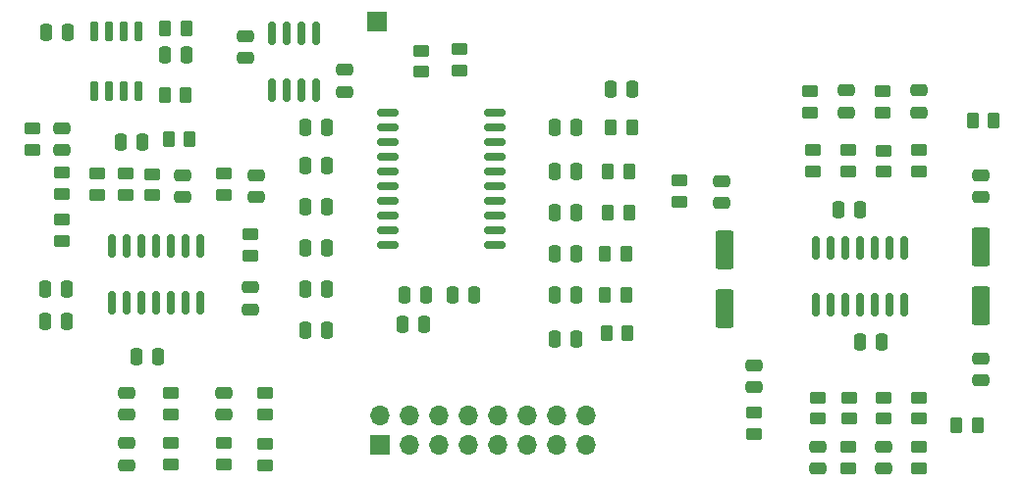
<source format=gts>
G04 #@! TF.GenerationSoftware,KiCad,Pcbnew,7.0.1-0*
G04 #@! TF.CreationDate,2024-02-17T19:13:57+01:00*
G04 #@! TF.ProjectId,parallel_trail,70617261-6c6c-4656-9c5f-747261696c2e,rev?*
G04 #@! TF.SameCoordinates,Original*
G04 #@! TF.FileFunction,Soldermask,Top*
G04 #@! TF.FilePolarity,Negative*
%FSLAX46Y46*%
G04 Gerber Fmt 4.6, Leading zero omitted, Abs format (unit mm)*
G04 Created by KiCad (PCBNEW 7.0.1-0) date 2024-02-17 19:13:57*
%MOMM*%
%LPD*%
G01*
G04 APERTURE LIST*
G04 Aperture macros list*
%AMRoundRect*
0 Rectangle with rounded corners*
0 $1 Rounding radius*
0 $2 $3 $4 $5 $6 $7 $8 $9 X,Y pos of 4 corners*
0 Add a 4 corners polygon primitive as box body*
4,1,4,$2,$3,$4,$5,$6,$7,$8,$9,$2,$3,0*
0 Add four circle primitives for the rounded corners*
1,1,$1+$1,$2,$3*
1,1,$1+$1,$4,$5*
1,1,$1+$1,$6,$7*
1,1,$1+$1,$8,$9*
0 Add four rect primitives between the rounded corners*
20,1,$1+$1,$2,$3,$4,$5,0*
20,1,$1+$1,$4,$5,$6,$7,0*
20,1,$1+$1,$6,$7,$8,$9,0*
20,1,$1+$1,$8,$9,$2,$3,0*%
G04 Aperture macros list end*
%ADD10RoundRect,0.250000X0.250000X0.475000X-0.250000X0.475000X-0.250000X-0.475000X0.250000X-0.475000X0*%
%ADD11RoundRect,0.250000X0.450000X-0.262500X0.450000X0.262500X-0.450000X0.262500X-0.450000X-0.262500X0*%
%ADD12RoundRect,0.250000X-0.450000X0.262500X-0.450000X-0.262500X0.450000X-0.262500X0.450000X0.262500X0*%
%ADD13RoundRect,0.250000X-0.250000X-0.475000X0.250000X-0.475000X0.250000X0.475000X-0.250000X0.475000X0*%
%ADD14RoundRect,0.250000X-0.475000X0.250000X-0.475000X-0.250000X0.475000X-0.250000X0.475000X0.250000X0*%
%ADD15RoundRect,0.250000X0.475000X-0.250000X0.475000X0.250000X-0.475000X0.250000X-0.475000X-0.250000X0*%
%ADD16RoundRect,0.250000X0.262500X0.450000X-0.262500X0.450000X-0.262500X-0.450000X0.262500X-0.450000X0*%
%ADD17RoundRect,0.150000X0.150000X-0.725000X0.150000X0.725000X-0.150000X0.725000X-0.150000X-0.725000X0*%
%ADD18RoundRect,0.150000X-0.150000X0.825000X-0.150000X-0.825000X0.150000X-0.825000X0.150000X0.825000X0*%
%ADD19RoundRect,0.250000X-0.262500X-0.450000X0.262500X-0.450000X0.262500X0.450000X-0.262500X0.450000X0*%
%ADD20RoundRect,0.250000X0.550000X-1.412500X0.550000X1.412500X-0.550000X1.412500X-0.550000X-1.412500X0*%
%ADD21RoundRect,0.150000X-0.800000X-0.150000X0.800000X-0.150000X0.800000X0.150000X-0.800000X0.150000X0*%
%ADD22O,1.700000X1.700000*%
%ADD23R,1.700000X1.700000*%
%ADD24RoundRect,0.150000X0.150000X-0.825000X0.150000X0.825000X-0.150000X0.825000X-0.150000X-0.825000X0*%
G04 APERTURE END LIST*
D10*
X63099500Y-85410000D03*
X61199500Y-85410000D03*
D11*
X126238000Y-121158000D03*
X126238000Y-119333000D03*
D12*
X120142000Y-93679000D03*
X120142000Y-95504000D03*
D13*
X94808000Y-109982000D03*
X96708000Y-109982000D03*
D10*
X52766000Y-108458000D03*
X50866000Y-108458000D03*
D13*
X94808000Y-106172000D03*
X96708000Y-106172000D03*
D14*
X123190000Y-119295500D03*
X123190000Y-121195500D03*
D12*
X69850000Y-119079000D03*
X69850000Y-120904000D03*
D15*
X109220000Y-98232000D03*
X109220000Y-96332000D03*
D11*
X86644000Y-86793000D03*
X86644000Y-84968000D03*
D16*
X101092000Y-109474000D03*
X99267000Y-109474000D03*
D13*
X50959500Y-83488000D03*
X52859500Y-83488000D03*
D15*
X68166000Y-85716000D03*
X68166000Y-83816000D03*
D17*
X55074500Y-88585000D03*
X56344500Y-88585000D03*
X57614500Y-88585000D03*
X58884500Y-88585000D03*
X58884500Y-83435000D03*
X57614500Y-83435000D03*
X56344500Y-83435000D03*
X55074500Y-83435000D03*
D12*
X61722000Y-118975500D03*
X61722000Y-120800500D03*
D11*
X69850000Y-116482500D03*
X69850000Y-114657500D03*
D14*
X117475200Y-119295500D03*
X117475200Y-121195500D03*
D10*
X75184000Y-94996000D03*
X73284000Y-94996000D03*
D11*
X52324000Y-97432500D03*
X52324000Y-95607500D03*
D15*
X52324000Y-93660000D03*
X52324000Y-91760000D03*
D18*
X124968000Y-102108000D03*
X123698000Y-102108000D03*
X122428000Y-102108000D03*
X121158000Y-102108000D03*
X119888000Y-102108000D03*
X118618000Y-102108000D03*
X117348000Y-102108000D03*
X117348000Y-107058000D03*
X118618000Y-107058000D03*
X119888000Y-107058000D03*
X121158000Y-107058000D03*
X122428000Y-107058000D03*
X123698000Y-107058000D03*
X124968000Y-107058000D03*
D19*
X61167000Y-88900000D03*
X62992000Y-88900000D03*
D12*
X57780000Y-95697500D03*
X57780000Y-97522500D03*
D11*
X83342000Y-86896500D03*
X83342000Y-85071500D03*
D10*
X83566000Y-108712000D03*
X81666000Y-108712000D03*
D13*
X99634000Y-88392000D03*
X101534000Y-88392000D03*
D15*
X126238000Y-90424000D03*
X126238000Y-88524000D03*
X66294000Y-116520000D03*
X66294000Y-114620000D03*
D14*
X68580000Y-105542000D03*
X68580000Y-107442000D03*
D20*
X131572000Y-107133500D03*
X131572000Y-102058500D03*
D12*
X55372000Y-95711000D03*
X55372000Y-97536000D03*
D16*
X101242500Y-99060000D03*
X99417500Y-99060000D03*
D13*
X57390000Y-92990000D03*
X59290000Y-92990000D03*
D14*
X57912000Y-119004000D03*
X57912000Y-120904000D03*
D10*
X123040000Y-110236000D03*
X121140000Y-110236000D03*
D20*
X109474000Y-107387500D03*
X109474000Y-102312500D03*
D16*
X100988500Y-106172000D03*
X99163500Y-106172000D03*
D21*
X80462000Y-90424000D03*
X80462000Y-91694000D03*
X80462000Y-92964000D03*
X80462000Y-94234000D03*
X80462000Y-95504000D03*
X80462000Y-96774000D03*
X80462000Y-98044000D03*
X80462000Y-99314000D03*
X80462000Y-100584000D03*
X80462000Y-101854000D03*
X89662000Y-101854000D03*
X89662000Y-100584000D03*
X89662000Y-99314000D03*
X89662000Y-98044000D03*
X89662000Y-96774000D03*
X89662000Y-95504000D03*
X89662000Y-94234000D03*
X89662000Y-92964000D03*
X89662000Y-91694000D03*
X89662000Y-90424000D03*
D12*
X123105300Y-88581500D03*
X123105300Y-90406500D03*
D11*
X60080000Y-97562500D03*
X60080000Y-95737500D03*
X66294000Y-97552500D03*
X66294000Y-95727500D03*
X116840000Y-90406500D03*
X116840000Y-88581500D03*
D22*
X97504800Y-116581200D03*
X97504800Y-119121200D03*
X94964800Y-116581200D03*
X94964800Y-119121200D03*
X92424800Y-116581200D03*
X92424800Y-119121200D03*
X89884800Y-116581200D03*
X89884800Y-119121200D03*
X87344800Y-116581200D03*
X87344800Y-119121200D03*
X84804800Y-116581200D03*
X84804800Y-119121200D03*
X82264800Y-116581200D03*
X82264800Y-119121200D03*
X79724800Y-116581200D03*
D23*
X79724800Y-119121200D03*
D11*
X117466400Y-116891500D03*
X117466400Y-115066500D03*
D12*
X120201600Y-115066500D03*
X120201600Y-116891500D03*
D10*
X52766000Y-105664000D03*
X50866000Y-105664000D03*
D11*
X123190000Y-95551000D03*
X123190000Y-93726000D03*
D13*
X94808000Y-99060000D03*
X96708000Y-99060000D03*
D24*
X70393000Y-88491000D03*
X71663000Y-88491000D03*
X72933000Y-88491000D03*
X74203000Y-88491000D03*
X74203000Y-83541000D03*
X72933000Y-83541000D03*
X71663000Y-83541000D03*
X70393000Y-83541000D03*
D13*
X81854000Y-106172000D03*
X83754000Y-106172000D03*
D14*
X131572000Y-111685500D03*
X131572000Y-113585500D03*
D10*
X75184000Y-91694000D03*
X73284000Y-91694000D03*
D14*
X76708000Y-86746000D03*
X76708000Y-88646000D03*
X62738000Y-95824000D03*
X62738000Y-97724000D03*
X57912000Y-114620000D03*
X57912000Y-116520000D03*
D11*
X123190000Y-116891500D03*
X123190000Y-115066500D03*
D24*
X56642000Y-106869000D03*
X57912000Y-106869000D03*
X59182000Y-106869000D03*
X60452000Y-106869000D03*
X61722000Y-106869000D03*
X62992000Y-106869000D03*
X64262000Y-106869000D03*
X64262000Y-101919000D03*
X62992000Y-101919000D03*
X61722000Y-101919000D03*
X60452000Y-101919000D03*
X59182000Y-101919000D03*
X57912000Y-101919000D03*
X56642000Y-101919000D03*
D11*
X66294000Y-120800500D03*
X66294000Y-118975500D03*
D12*
X126238000Y-93679000D03*
X126238000Y-95504000D03*
X61722000Y-114657500D03*
X61722000Y-116482500D03*
D13*
X94808000Y-95504000D03*
X96708000Y-95504000D03*
D12*
X105606000Y-96317500D03*
X105606000Y-98142500D03*
X68580000Y-100941500D03*
X68580000Y-102766500D03*
X112014000Y-116369500D03*
X112014000Y-118194500D03*
X120122800Y-119333000D03*
X120122800Y-121158000D03*
X126238000Y-115066500D03*
X126238000Y-116891500D03*
D14*
X69088000Y-95824000D03*
X69088000Y-97724000D03*
D12*
X117094000Y-93679000D03*
X117094000Y-95504000D03*
D10*
X75184000Y-105664000D03*
X73284000Y-105664000D03*
D14*
X112014000Y-112268000D03*
X112014000Y-114168000D03*
D13*
X119270000Y-98806000D03*
X121170000Y-98806000D03*
D16*
X63362500Y-92710000D03*
X61537500Y-92710000D03*
D13*
X94808000Y-91694000D03*
X96708000Y-91694000D03*
D19*
X99163500Y-102616000D03*
X100988500Y-102616000D03*
D16*
X63052000Y-83170000D03*
X61227000Y-83170000D03*
X101496500Y-91694000D03*
X99671500Y-91694000D03*
D13*
X94808000Y-102616000D03*
X96708000Y-102616000D03*
D15*
X119972700Y-90424000D03*
X119972700Y-88524000D03*
D13*
X85984000Y-106172000D03*
X87884000Y-106172000D03*
D23*
X79502000Y-82550000D03*
D13*
X58724000Y-111506000D03*
X60624000Y-111506000D03*
D10*
X75184000Y-102108000D03*
X73284000Y-102108000D03*
X75184000Y-109220000D03*
X73284000Y-109220000D03*
X75184000Y-98552000D03*
X73284000Y-98552000D03*
D16*
X132680500Y-91134000D03*
X130855500Y-91134000D03*
D11*
X52324000Y-101496500D03*
X52324000Y-99671500D03*
D16*
X131307000Y-117461500D03*
X129482000Y-117461500D03*
X101242500Y-95504000D03*
X99417500Y-95504000D03*
D11*
X49784000Y-93622500D03*
X49784000Y-91797500D03*
D15*
X131572000Y-97724000D03*
X131572000Y-95824000D03*
M02*

</source>
